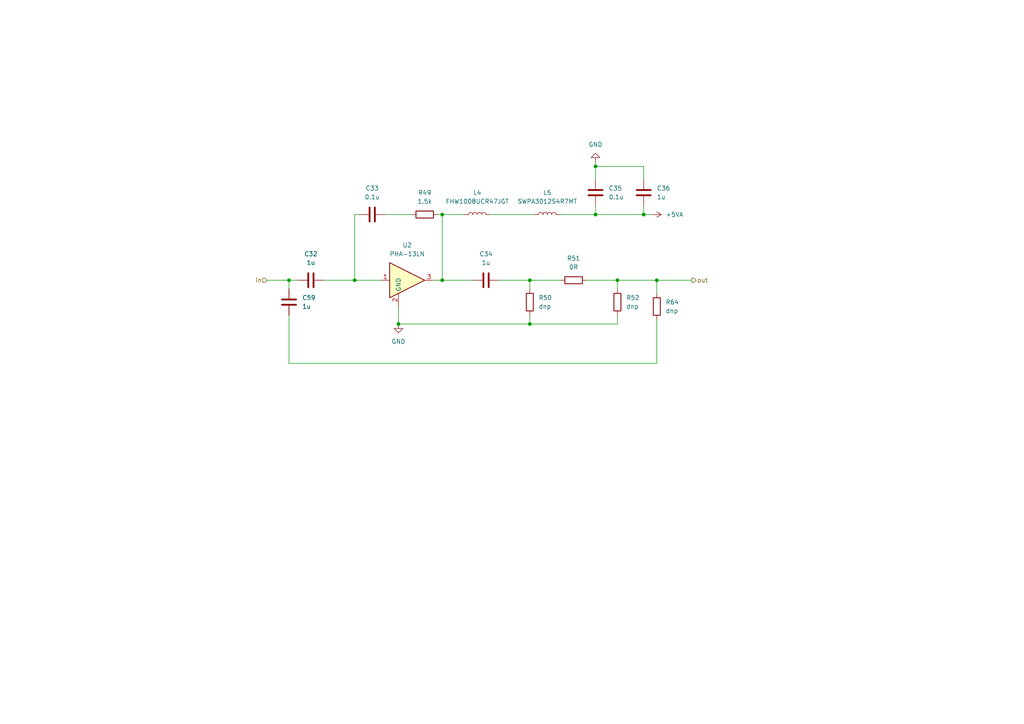
<source format=kicad_sch>
(kicad_sch (version 20211123) (generator eeschema)
  (paper "A4")
  (lib_symbols
    (symbol "Device:C" (pin_numbers hide) (pin_names (offset 0.254))
      (property "Reference" "C" (at 0.635 2.54 0))
      (property "Value" "C" (at 0.635 -2.54 0))
      (symbol "C_0_1"
        (polyline (pts (xy -2.032 -0.762) (xy 2.032 -0.762)) (stroke (width 0.508)))
        (polyline (pts (xy -2.032 0.762) (xy 2.032 0.762)) (stroke (width 0.508)))
      )
      (symbol "C_1_1"
        (pin passive line (at 0 3.81 270) (length 2.794) (name "~") (number "1"))
        (pin passive line (at 0 -3.81 90) (length 2.794) (name "~") (number "2"))
      )
    )
    (symbol "Device:L" (pin_numbers hide) (pin_names (offset 1.016) hide)
      (property "Reference" "L" (at -1.27 0 90))
      (property "Value" "L" (at 1.905 0 90))
      (symbol "L_0_1"
        (arc (start 0 -2.54) (mid 0.635 -1.905) (end 0 -1.27))
        (arc (start 0 -1.27) (mid 0.635 -0.635) (end 0 0))
        (arc (start 0 0) (mid 0.635 0.635) (end 0 1.27))
        (arc (start 0 1.27) (mid 0.635 1.905) (end 0 2.54))
      )
      (symbol "L_1_1"
        (pin passive line (at 0 3.81 270) (length 1.27) (name "1") (number "1"))
        (pin passive line (at 0 -3.81 90) (length 1.27) (name "2") (number "2"))
      )
    )
    (symbol "Device:R" (pin_numbers hide) (pin_names (offset 0))
      (property "Reference" "R" (at 2.032 0 90))
      (property "Value" "R" (at 0 0 90))
      (symbol "R_0_1"
        (rectangle (start -1.016 -2.54) (end 1.016 2.54) (stroke (width 0.254)))
      )
      (symbol "R_1_1"
        (pin passive line (at 0 3.81 270) (length 1.27) (name "~") (number "1"))
        (pin passive line (at 0 -3.81 90) (length 1.27) (name "~") (number "2"))
      )
    )
    (symbol "RF_Amplifier:PHA-13LN"
      (property "Reference" "U" (at -1.27 7.62 0))
      (property "Value" "PHA-13LN" (at 2.54 5.08 0))
      (symbol "PHA-13LN_0_1"
        (polyline (pts (xy 5.08 0) (xy -5.08 5.08) (xy -5.08 -5.08) (xy 5.08 0)) (stroke (width 0.254)) (fill (type background)))
      )
      (symbol "PHA-13LN_1_1"
        (pin input line (at -7.62 0 0) (length 2.54) (name "~") (number "1"))
        (pin power_in line (at -2.54 -7.62 90) (length 3.81) (name "GND") (number "2"))
        (pin output line (at 7.62 0 180) (length 2.54) (name "~") (number "3"))
      )
    )
    (symbol "power:+5VA" (power) (pin_names (offset 0))
      (property "Value" "+5VA" (at 0 3.556 0))
      (symbol "+5VA_0_1"
        (polyline (pts (xy -0.762 1.27) (xy 0 2.54)))
        (polyline (pts (xy 0 0) (xy 0 2.54)))
        (polyline (pts (xy 0 2.54) (xy 0.762 1.27)))
      )
      (symbol "+5VA_1_1"
        (pin power_in line (at 0 0 90) (length 0) hide (name "+5VA") (number "1"))
      )
    )
    (symbol "power:GND" (power) (pin_names (offset 0))
      (property "Value" "GND" (at 0 -3.81 0))
      (symbol "GND_0_1"
        (polyline (pts (xy 0 0) (xy 0 -1.27) (xy 1.27 -1.27) (xy 0 -2.54) (xy -1.27 -1.27) (xy 0 -1.27)))
      )
      (symbol "GND_1_1"
        (pin power_in line (at 0 0 270) (length 0) hide (name "GND") (number "1"))
      )
    )
  )
  (junction (at 172.72 48.26))
  (junction (at 115.57 93.98))
  (junction (at 128.27 81.28))
  (junction (at 172.72 62.23))
  (junction (at 153.67 93.98))
  (junction (at 83.82 81.28))
  (junction (at 128.27 62.23))
  (junction (at 153.67 81.28))
  (junction (at 179.07 81.28))
  (junction (at 190.5 81.28))
  (junction (at 186.69 62.23))
  (junction (at 102.87 81.28))
  (wire (pts (xy 189.23 62.23) (xy 186.69 62.23)))
  (wire (pts (xy 128.27 81.28) (xy 125.73 81.28)))
  (wire (pts (xy 110.49 81.28) (xy 102.87 81.28)))
  (wire (pts (xy 186.69 62.23) (xy 172.72 62.23)))
  (wire (pts (xy 172.72 59.69) (xy 172.72 62.23)))
  (wire (pts (xy 153.67 91.44) (xy 153.67 93.98)))
  (wire (pts (xy 172.72 46.99) (xy 172.72 48.26)))
  (wire (pts (xy 172.72 48.26) (xy 186.69 48.26)))
  (wire (pts (xy 83.82 81.28) (xy 86.36 81.28)))
  (wire (pts (xy 200.66 81.28) (xy 190.5 81.28)))
  (wire (pts (xy 172.72 62.23) (xy 162.56 62.23)))
  (wire (pts (xy 186.69 48.26) (xy 186.69 52.07)))
  (wire (pts (xy 153.67 81.28) (xy 144.78 81.28)))
  (wire (pts (xy 170.18 81.28) (xy 179.07 81.28)))
  (wire (pts (xy 115.57 93.98) (xy 115.57 88.9)))
  (wire (pts (xy 128.27 81.28) (xy 137.16 81.28)))
  (wire (pts (xy 77.47 81.28) (xy 83.82 81.28)))
  (wire (pts (xy 172.72 48.26) (xy 172.72 52.07)))
  (wire (pts (xy 190.5 81.28) (xy 179.07 81.28)))
  (wire (pts (xy 119.38 62.23) (xy 111.76 62.23)))
  (wire (pts (xy 154.94 62.23) (xy 142.24 62.23)))
  (wire (pts (xy 153.67 93.98) (xy 115.57 93.98)))
  (wire (pts (xy 179.07 83.82) (xy 179.07 81.28)))
  (wire (pts (xy 83.82 83.82) (xy 83.82 81.28)))
  (wire (pts (xy 93.98 81.28) (xy 102.87 81.28)))
  (wire (pts (xy 190.5 85.09) (xy 190.5 81.28)))
  (wire (pts (xy 162.56 81.28) (xy 153.67 81.28)))
  (wire (pts (xy 83.82 105.41) (xy 190.5 105.41)))
  (wire (pts (xy 102.87 62.23) (xy 104.14 62.23)))
  (wire (pts (xy 83.82 91.44) (xy 83.82 105.41)))
  (wire (pts (xy 153.67 83.82) (xy 153.67 81.28)))
  (wire (pts (xy 179.07 91.44) (xy 179.07 93.98)))
  (wire (pts (xy 127 62.23) (xy 128.27 62.23)))
  (wire (pts (xy 134.62 62.23) (xy 128.27 62.23)))
  (wire (pts (xy 179.07 93.98) (xy 153.67 93.98)))
  (wire (pts (xy 186.69 59.69) (xy 186.69 62.23)))
  (wire (pts (xy 102.87 81.28) (xy 102.87 62.23)))
  (wire (pts (xy 128.27 62.23) (xy 128.27 81.28)))
  (wire (pts (xy 190.5 92.71) (xy 190.5 105.41)))
  (hierarchical_label "in" (shape input) (at 77.47 81.28 180))
  (hierarchical_label "out" (shape output) (at 200.66 81.28 0))
  (symbol (lib_id "Device:R") (at 166.37 81.28 90) (unit 1)
    (property "Reference" "R51" (at 166.37 74.93 90))
    (property "Value" "0R" (at 166.37 77.47 90))
    (property "Footprint" "Resistor_SMD:R_0805_2012Metric" (effects hide))
  )
  (symbol (lib_id "Device:R") (at 123.19 62.23 90) (unit 1)
    (property "Reference" "R49" (at 123.19 55.88 90))
    (property "Value" "1.5k" (at 123.19 58.42 90))
    (property "Footprint" "Resistor_SMD:R_0805_2012Metric" (effects hide))
  )
  (symbol (lib_id "Device:C") (at 186.69 55.88 180) (unit 1)
    (property "Reference" "C36" (at 190.5 54.6099 0) (effects (justify right)))
    (property "Value" "1u" (at 190.5 57.1499 0) (effects (justify right)))
    (property "Footprint" "Capacitor_SMD:C_1206_3216Metric" (effects hide))
  )
  (symbol (lib_id "RF_Amplifier:PHA-13LN") (at 118.11 81.28 0) (unit 1)
    (property "Reference" "U2" (at 118.11 71.12 0))
    (property "Value" "PHA-13LN" (at 118.11 73.66 0))
    (property "Footprint" "Package_TO_SOT_SMD:SOT-89-3" (effects hide))
    (property "Datasheet" "https://www.minicircuits.com/pdfs/PHA-13LN+.pdf" (effects hide))
  )
  (symbol (lib_id "Device:R") (at 153.67 87.63 0) (unit 1)
    (property "Reference" "R50" (at 156.21 86.3599 0) (effects (justify left)))
    (property "Value" "dnp" (at 156.21 88.8999 0) (effects (justify left)))
    (property "Footprint" "Resistor_SMD:R_0805_2012Metric" (effects hide))
  )
  (symbol (lib_id "power:+5VA") (at 189.23 62.23 270) (unit 1)
    (property "Reference" "#PWR0172" (effects hide))
    (property "Value" "+5VA" (at 193.04 62.2299 90) (effects (justify left)))
  )
  (symbol (lib_id "Device:C") (at 107.95 62.23 90) (unit 1)
    (property "Reference" "C33" (at 107.95 54.61 90))
    (property "Value" "0.1u" (at 107.95 57.15 90))
    (property "Footprint" "Capacitor_SMD:C_0805_2012Metric" (effects hide))
  )
  (symbol (lib_id "Device:R") (at 179.07 87.63 180) (unit 1)
    (property "Reference" "R52" (at 181.61 86.3599 0) (effects (justify right)))
    (property "Value" "dnp" (at 181.61 88.8999 0) (effects (justify right)))
    (property "Footprint" "Resistor_SMD:R_0805_2012Metric" (effects hide))
  )
  (symbol (lib_id "Device:C") (at 172.72 55.88 180) (unit 1)
    (property "Reference" "C35" (at 176.53 54.6099 0) (effects (justify right)))
    (property "Value" "0.1u" (at 176.53 57.1499 0) (effects (justify right)))
    (property "Footprint" "Capacitor_SMD:C_0603_1608Metric_Pad1.08x0.95mm_HandSolder" (effects hide))
  )
  (symbol (lib_id "Device:C") (at 140.97 81.28 90) (unit 1)
    (property "Reference" "C34" (at 140.97 73.66 90))
    (property "Value" "1u" (at 140.97 76.2 90))
    (property "Footprint" "Capacitor_SMD:C_1206_3216Metric" (effects hide))
  )
  (symbol (lib_id "Device:R") (at 190.5 88.9 180) (unit 1)
    (property "Reference" "R64" (at 193.04 87.6299 0) (effects (justify right)))
    (property "Value" "dnp" (at 193.04 90.1699 0) (effects (justify right)))
    (property "Footprint" "Resistor_SMD:R_0805_2012Metric" (effects hide))
  )
  (symbol (lib_id "Device:C") (at 83.82 87.63 180) (unit 1)
    (property "Reference" "C59" (at 87.63 86.3599 0) (effects (justify right)))
    (property "Value" "1u" (at 87.63 88.8999 0) (effects (justify right)))
    (property "Footprint" "Capacitor_SMD:C_1206_3216Metric" (effects hide))
  )
  (symbol (lib_id "Device:L") (at 158.75 62.23 90) (unit 1)
    (property "Reference" "L5" (at 158.75 55.88 90))
    (property "Value" "SWPA3012S4R7MT" (at 158.75 58.42 90))
    (property "Footprint" "Inductor_SMD:L_Taiyo-Yuden_MD-3030" (effects hide))
  )
  (symbol (lib_id "power:GND") (at 172.72 46.99 180) (unit 1)
    (property "Reference" "#PWR0171" (effects hide))
    (property "Value" "GND" (at 172.72 41.91 0))
  )
  (symbol (lib_id "Device:C") (at 90.17 81.28 90) (unit 1)
    (property "Reference" "C32" (at 90.17 73.66 90))
    (property "Value" "1u" (at 90.17 76.2 90))
    (property "Footprint" "Capacitor_SMD:C_1206_3216Metric" (effects hide))
  )
  (symbol (lib_id "Device:L") (at 138.43 62.23 90) (unit 1)
    (property "Reference" "L4" (at 138.43 55.88 90))
    (property "Value" "FHW1008UCR47JGT" (at 138.43 58.42 90))
    (property "Footprint" "Inductor_SMD:L_1008_2520Metric" (effects hide))
  )
  (symbol (lib_id "power:GND") (at 115.57 93.98 0) (unit 1)
    (property "Reference" "#PWR0170" (effects hide))
    (property "Value" "GND" (at 115.57 99.06 0))
  )
)
</source>
